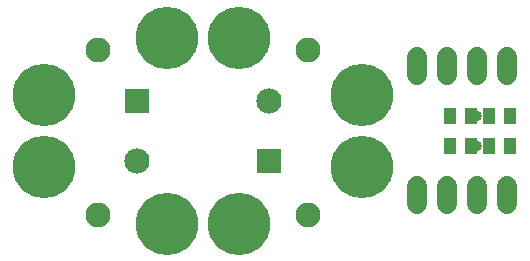
<source format=gts>
G75*
%MOIN*%
%OFA0B0*%
%FSLAX25Y25*%
%IPPOS*%
%LPD*%
%AMOC8*
5,1,8,0,0,1.08239X$1,22.5*
%
%ADD10C,0.08300*%
%ADD11C,0.08400*%
%ADD12R,0.08400X0.08400*%
%ADD13R,0.03950X0.05524*%
%ADD14C,0.06737*%
%ADD15C,0.20800*%
%ADD16C,0.03400*%
D10*
X0031500Y0016500D03*
X0101500Y0016500D03*
X0101500Y0071500D03*
X0031500Y0071500D03*
D11*
X0088500Y0054500D03*
X0044500Y0034500D03*
D12*
X0044500Y0054500D03*
X0088500Y0034500D03*
D13*
X0148957Y0039500D03*
X0156043Y0039500D03*
X0161957Y0039500D03*
X0169043Y0039500D03*
X0169043Y0049500D03*
X0161957Y0049500D03*
X0156043Y0049500D03*
X0148957Y0049500D03*
D14*
X0148000Y0063031D02*
X0148000Y0068969D01*
X0158000Y0068969D02*
X0158000Y0063031D01*
X0168000Y0063031D02*
X0168000Y0068969D01*
X0138000Y0068969D02*
X0138000Y0063031D01*
X0138000Y0025969D02*
X0138000Y0020031D01*
X0148000Y0020031D02*
X0148000Y0025969D01*
X0158000Y0025969D02*
X0158000Y0020031D01*
X0168000Y0020031D02*
X0168000Y0025969D01*
D15*
X0119500Y0032500D03*
X0078500Y0013500D03*
X0054500Y0013500D03*
X0013500Y0032500D03*
X0013500Y0056500D03*
X0054500Y0075500D03*
X0078500Y0075500D03*
X0119500Y0056500D03*
D16*
X0157957Y0049457D03*
X0158000Y0039500D03*
M02*

</source>
